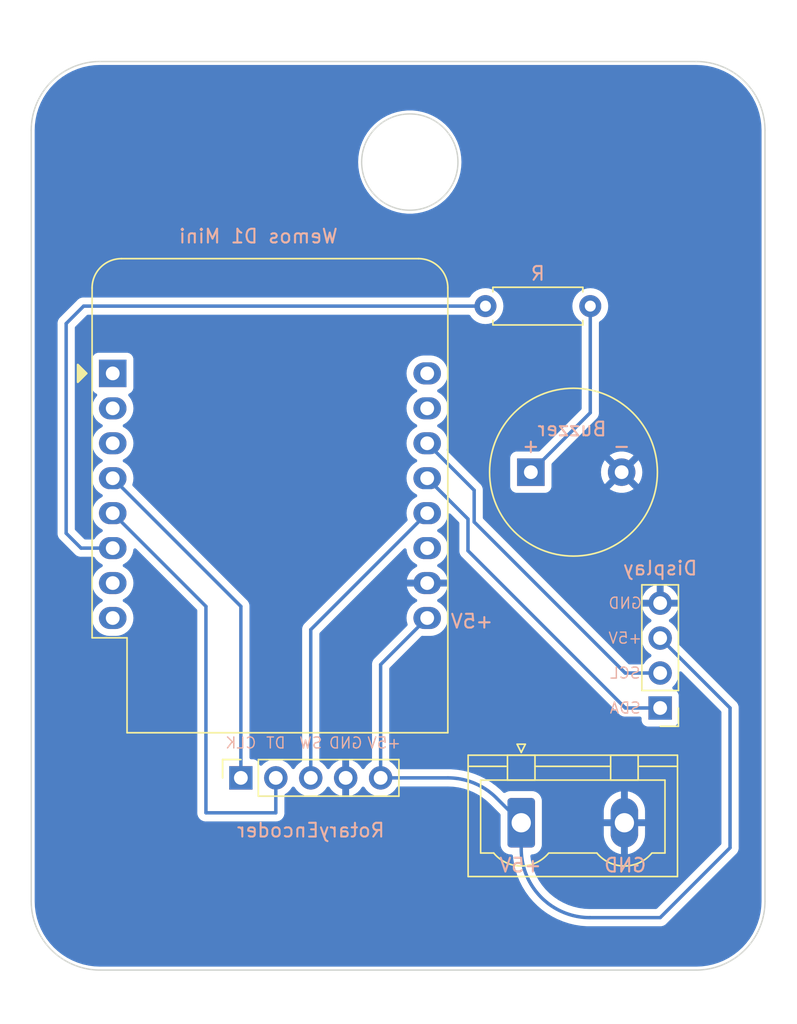
<source format=kicad_pcb>
(kicad_pcb (version 20221018) (generator pcbnew)
  (layers (0 "F.Cu" signal) (31 "B.Cu" signal) (34 "B.Paste" user) (35 "F.Paste" user) (36 "B.SilkS" user "B.Silkscreen") (37 "F.SilkS" user "F.Silkscreen") (38 "B.Mask" user) (39 "F.Mask" user) (44 "Edge.Cuts" user))
  (net 0 "")
  (net 1 "Net-(BZ1--)")
  (net 2 "GNDREF")
  (net 3 "/DisplaySCL")
  (net 4 "/DisplaySDA")
  (net 5 "+5V")
  (net 6 "/Buzzer")
  (net 7 "Net-(RotaryEncoder1-CLK)")
  (net 8 "Net-(RotaryEncoder1-DT)")
  (net 9 "Net-(RotaryEncoder1-SW)")
  (footprint "Connector_PinSocket_2.54mm:PinSocket_1x05_P2.54mm_Vertical" (layer "F.Cu") (at 153.67 118.11 90)
    (fp_text reference "RotaryEncoder" (at -3.81 5.08 180) (layer "B.SilkS") (effects (justify mirror)))
    (fp_text value "~")
    (fp_line (start -1.33 1.27) (end -1.33 11.49) (stroke (width 0.12)) (layer "F.SilkS"))
    (fp_line (start -1.33 1.27) (end 1.33 1.27) (stroke (width 0.12)) (layer "F.SilkS"))
    (fp_line (start -1.33 11.49) (end 1.33 11.49) (stroke (width 0.12)) (layer "F.SilkS"))
    (fp_line (start 0 -1.33) (end 1.33 -1.33) (stroke (width 0.12)) (layer "F.SilkS"))
    (fp_line (start 1.33 -1.33) (end 1.33 0) (stroke (width 0.12)) (layer "F.SilkS"))
    (fp_line (start 1.33 1.27) (end 1.33 11.49) (stroke (width 0.12)) (layer "F.SilkS"))
    (pad "1" thru_hole rect (at 0 0 90) (size 1.7 1.7) (drill 1) (layers "*.Cu" "*.Mask") (net 7 "Net-(RotaryEncoder1-CLK)"))
    (pad "2" thru_hole oval (at 0 2.54 90) (size 1.7 1.7) (drill 1) (layers "*.Cu" "*.Mask") (net 8 "Net-(RotaryEncoder1-DT)"))
    (pad "3" thru_hole oval (at 0 5.08 90) (size 1.7 1.7) (drill 1) (layers "*.Cu" "*.Mask") (net 9 "Net-(RotaryEncoder1-SW)"))
    (pad "4" thru_hole oval (at 0 7.62 90) (size 1.7 1.7) (drill 1) (layers "*.Cu" "*.Mask") (net 2 "GNDREF"))
    (pad "5" thru_hole oval (at 0 10.16 90) (size 1.7 1.7) (drill 1) (layers "*.Cu" "*.Mask") (net 5 "+5V"))
  )
  (footprint "Resistor_THT:R_Axial_DIN0207_L6.3mm_D2.5mm_P7.62mm_Horizontal" (layer "F.Cu") (at 171.45 83.82)
    (fp_text reference "R" (at 3.81 -2.37) (layer "B.SilkS") (effects (justify mirror)))
    (fp_text value "270")
    (fp_line (start 0.54 -1.37) (end 7.08 -1.37) (stroke (width 0.12)) (layer "F.SilkS"))
    (fp_line (start 0.54 -1.04) (end 0.54 -1.37) (stroke (width 0.12)) (layer "F.SilkS"))
    (fp_line (start 0.54 1.04) (end 0.54 1.37) (stroke (width 0.12)) (layer "F.SilkS"))
    (fp_line (start 0.54 1.37) (end 7.08 1.37) (stroke (width 0.12)) (layer "F.SilkS"))
    (fp_line (start 7.08 -1.37) (end 7.08 -1.04) (stroke (width 0.12)) (layer "F.SilkS"))
    (fp_line (start 7.08 1.37) (end 7.08 1.04) (stroke (width 0.12)) (layer "F.SilkS"))
    (pad "1" thru_hole circle (at 0 0) (size 1.6 1.6) (drill 0.8) (layers "*.Cu" "*.Mask") (net 6 "/Buzzer"))
    (pad "2" thru_hole oval (at 7.62 0) (size 1.6 1.6) (drill 0.8) (layers "*.Cu" "*.Mask") (net 1 "Net-(BZ1--)"))
  )
  (footprint "Module:WEMOS_D1_mini_light" (layer "F.Cu") (at 144.355 88.71)
    (fp_text reference "Wemos D1 Mini" (at 10.585 -9.97) (layer "B.SilkS") (effects (justify mirror)))
    (fp_text value "WeMos_D1_mini")
    (fp_line (start -1.5 19.22) (end -1.5 -6.21) (stroke (width 0.12)) (layer "F.SilkS"))
    (fp_line (start -1.5 19.22) (end 1.04 19.22) (stroke (width 0.12)) (layer "F.SilkS"))
    (fp_line (start 1.04 19.22) (end 1.04 26.12) (stroke (width 0.12)) (layer "F.SilkS"))
    (fp_line (start 1.04 26.12) (end 24.36 26.12) (stroke (width 0.12)) (layer "F.SilkS"))
    (fp_line (start 22.24 -8.34) (end 0.63 -8.34) (stroke (width 0.12)) (layer "F.SilkS"))
    (fp_line (start 24.36 26.12) (end 24.36 -6.21) (stroke (width 0.12)) (layer "F.SilkS"))
    (fp_arc (start -1.5 -6.21) (mid -0.876137 -7.716137) (end 0.63 -8.34) (stroke (width 0.12)) (layer "F.SilkS"))
    (fp_arc (start 22.23 -8.34) (mid 23.736137 -7.716137) (end 24.36 -6.21) (stroke (width 0.12)) (layer "F.SilkS"))
    (fp_poly (pts (xy -2.54 -0.635) (xy -2.54 0.635) (xy -1.905 0)) (stroke (width 0.15)) (fill solid) (layer "F.SilkS"))
    (pad "1" thru_hole rect (at 0 0) (size 2 2) (drill 1) (layers "*.Cu" "*.Mask"))
    (pad "2" thru_hole oval (at 0 2.54) (size 2 1.6) (drill 1) (layers "*.Cu" "*.Mask"))
    (pad "3" thru_hole oval (at 0 5.08) (size 2 1.6) (drill 1) (layers "*.Cu" "*.Mask"))
    (pad "4" thru_hole oval (at 0 7.62) (size 2 1.6) (drill 1) (layers "*.Cu" "*.Mask") (net 7 "Net-(RotaryEncoder1-CLK)"))
    (pad "5" thru_hole oval (at 0 10.16) (size 2 1.6) (drill 1) (layers "*.Cu" "*.Mask") (net 8 "Net-(RotaryEncoder1-DT)"))
    (pad "6" thru_hole oval (at 0 12.7) (size 2 1.6) (drill 1) (layers "*.Cu" "*.Mask") (net 6 "/Buzzer"))
    (pad "7" thru_hole oval (at 0 15.24) (size 2 1.6) (drill 1) (layers "*.Cu" "*.Mask"))
    (pad "8" thru_hole oval (at 0 17.78) (size 2 1.6) (drill 1) (layers "*.Cu" "*.Mask"))
    (pad "9" thru_hole oval (at 22.86 17.78) (size 2 1.6) (drill 1) (layers "*.Cu" "*.Mask") (net 5 "+5V"))
    (pad "10" thru_hole oval (at 22.86 15.24) (size 2 1.6) (drill 1) (layers "*.Cu" "*.Mask") (net 2 "GNDREF"))
    (pad "11" thru_hole oval (at 22.86 12.7) (size 2 1.6) (drill 1) (layers "*.Cu" "*.Mask"))
    (pad "12" thru_hole oval (at 22.86 10.16) (size 2 1.6) (drill 1) (layers "*.Cu" "*.Mask") (net 9 "Net-(RotaryEncoder1-SW)"))
    (pad "13" thru_hole oval (at 22.86 7.62) (size 2 1.6) (drill 1) (layers "*.Cu" "*.Mask") (net 4 "/DisplaySDA"))
    (pad "14" thru_hole oval (at 22.86 5.08) (size 2 1.6) (drill 1) (layers "*.Cu" "*.Mask") (net 3 "/DisplaySCL"))
    (pad "15" thru_hole oval (at 22.86 2.54) (size 2 1.6) (drill 1) (layers "*.Cu" "*.Mask"))
    (pad "16" thru_hole oval (at 22.86 0) (size 2 1.6) (drill 1) (layers "*.Cu" "*.Mask"))
  )
  (footprint "CustomNicola:Buzzer_12x9.5RM6.6" (layer "F.Cu") (at 174.75 95.89)
    (fp_text reference "BZ1" hide)
    (fp_text value "Buzzer" hide)
    (fp_text user "+" (at 0 -1.91) (layer "B.SilkS") (effects (justify mirror)))
    (fp_circle (center 3.1 0) (end 9.2 0) (stroke (width 0.12)) (fill none) (layer "F.SilkS"))
    (pad "1" thru_hole rect (at 0 0) (size 2 2) (drill 1) (layers "*.Cu" "*.Mask") (net 1 "Net-(BZ1--)"))
    (pad "2" thru_hole circle (at 6.6 0) (size 2 2) (drill 1) (layers "*.Cu" "*.Mask") (net 2 "GNDREF"))
  )
  (footprint "Connector_Phoenix_GMSTB:PhoenixContact_GMSTBVA_2,5_2-G_1x02_P7.50mm_Vertical" (layer "F.Cu") (at 174.05 121.3725)
    (fp_text reference "+5V" (at -0.06 3.0875) (layer "B.SilkS") (effects (justify mirror)))
    (fp_text value "PINHD_1x2_Male")
    (fp_line (start -3.86 -4.91) (end -3.86 3.91) (stroke (width 0.12)) (layer "F.SilkS"))
    (fp_line (start -3.86 -4.1) (end -1.11 -4.1) (stroke (width 0.12)) (layer "F.SilkS"))
    (fp_line (start -3.86 3.91) (end 11.36 3.91) (stroke (width 0.12)) (layer "F.SilkS"))
    (fp_line (start -2.95 -3.1) (end 10.45 -3.1) (stroke (width 0.12)) (layer "F.SilkS"))
    (fp_line (start -2.95 2.2) (end -2.95 -3.1) (stroke (width 0.12)) (layer "F.SilkS"))
    (fp_line (start -2 2.2) (end -2.95 2.2) (stroke (width 0.12)) (layer "F.SilkS"))
    (fp_line (start -1 -4.91) (end 1 -4.91) (stroke (width 0.12)) (layer "F.SilkS"))
    (fp_line (start -1 -3.1) (end -1 -4.91) (stroke (width 0.12)) (layer "F.SilkS"))
    (fp_line (start -0.3 -5.71) (end 0.3 -5.71) (stroke (width 0.12)) (layer "F.SilkS"))
    (fp_line (start 0 -5.11) (end -0.3 -5.71) (stroke (width 0.12)) (layer "F.SilkS"))
    (fp_line (start 0.3 -5.71) (end 0 -5.11) (stroke (width 0.12)) (layer "F.SilkS"))
    (fp_line (start 1 -4.91) (end 1 -3.1) (stroke (width 0.12)) (layer "F.SilkS"))
    (fp_line (start 1 -4.1) (end 6.5 -4.1) (stroke (width 0.12)) (layer "F.SilkS"))
    (fp_line (start 1 -3.1) (end -1 -3.1) (stroke (width 0.12)) (layer "F.SilkS"))
    (fp_line (start 2 2.2) (end 5.5 2.2) (stroke (width 0.12)) (layer "F.SilkS"))
    (fp_line (start 6.5 -4.91) (end 8.5 -4.91) (stroke (width 0.12)) (layer "F.SilkS"))
    (fp_line (start 6.5 -3.1) (end 6.5 -4.91) (stroke (width 0.12)) (layer "F.SilkS"))
    (fp_line (start 8.5 -4.91) (end 8.5 -3.1) (stroke (width 0.12)) (layer "F.SilkS"))
    (fp_line (start 8.5 -3.1) (end 6.5 -3.1) (stroke (width 0.12)) (layer "F.SilkS"))
    (fp_line (start 10.45 -3.1) (end 10.45 2.2) (stroke (width 0.12)) (layer "F.SilkS"))
    (fp_line (start 10.45 2.2) (end 9.5 2.2) (stroke (width 0.12)) (layer "F.SilkS"))
    (fp_line (start 11.36 -4.91) (end -3.86 -4.91) (stroke (width 0.12)) (layer "F.SilkS"))
    (fp_line (start 11.36 -4.1) (end 8.61 -4.1) (stroke (width 0.12)) (layer "F.SilkS"))
    (fp_line (start 11.36 3.91) (end 11.36 -4.91) (stroke (width 0.12)) (layer "F.SilkS"))
    (fp_arc (start 1.986842 2.215821) (mid -0.010289 3.142758) (end -2 2.2) (stroke (width 0.12)) (layer "F.SilkS"))
    (fp_arc (start 9.486842 2.215821) (mid 7.489711 3.142758) (end 5.5 2.2) (stroke (width 0.12)) (layer "F.SilkS"))
    (pad "1" thru_hole roundrect (at 0 0) (size 2 3.6) (drill 1.4) (layers "*.Cu" "*.Mask") (roundrect_rratio 0.125) (net 5 "+5V"))
    (pad "2" thru_hole oval (at 7.5 0) (size 2 3.6) (drill 1.4) (layers "*.Cu" "*.Mask") (net 2 "GNDREF"))
  )
  (footprint "Connector_PinHeader_2.54mm:PinHeader_1x04_P2.54mm_Vertical" (layer "F.Cu") (at 184.15 113.03 180)
    (fp_text reference "Display" (at 0 10.16 180) (layer "B.SilkS") (effects (justify mirror)))
    (fp_text value "Display")
    (fp_line (start -1.33 -1.33) (end 0 -1.33) (stroke (width 0.12)) (layer "F.SilkS"))
    (fp_line (start -1.33 0) (end -1.33 -1.33) (stroke (width 0.12)) (layer "F.SilkS"))
    (fp_line (start -1.33 1.27) (end -1.33 8.95) (stroke (width 0.12)) (layer "F.SilkS"))
    (fp_line (start -1.33 1.27) (end 1.33 1.27) (stroke (width 0.12)) (layer "F.SilkS"))
    (fp_line (start -1.33 8.95) (end 1.33 8.95) (stroke (width 0.12)) (layer "F.SilkS"))
    (fp_line (start 1.33 1.27) (end 1.33 8.95) (stroke (width 0.12)) (layer "F.SilkS"))
    (pad "1" thru_hole circle (at 0 2.54 180) (size 1.7 1.7) (drill 1) (layers "*.Cu" "*.Mask") (net 3 "/DisplaySCL"))
    (pad "2" thru_hole rect (at 0 0 180) (size 1.7 1.7) (drill 1) (layers "*.Cu" "*.Mask") (net 4 "/DisplaySDA"))
    (pad "3" thru_hole oval (at 0 5.08 180) (size 1.7 1.7) (drill 1) (layers "*.Cu" "*.Mask") (net 5 "+5V"))
    (pad "4" thru_hole oval (at 0 7.62 180) (size 1.7 1.7) (drill 1) (layers "*.Cu" "*.Mask") (net 2 "GNDREF"))
  )
  (gr_circle (center 165.95 73.35) (end 169.45 73.35) (stroke (width 0.1)) (fill none) (layer "Edge.Cuts"))
  (gr_line (start 138.43 71.04) (end 138.43 127.08) (stroke (width 0.1)) (layer "Edge.Cuts"))
  (gr_arc (start 186.77 66.04) (mid 190.305534 67.504466) (end 191.77 71.04) (stroke (width 0.1)) (layer "Edge.Cuts"))
  (gr_line (start 191.77 127.08) (end 191.77 71.04) (stroke (width 0.1)) (layer "Edge.Cuts"))
  (gr_line (start 186.77 66.04) (end 143.43 66.04) (stroke (width 0.1)) (layer "Edge.Cuts"))
  (gr_line (start 143.43 132.08) (end 186.77 132.08) (stroke (width 0.1)) (layer "Edge.Cuts"))
  (gr_arc (start 138.43 71.04) (mid 139.894466 67.504466) (end 143.43 66.04) (stroke (width 0.1)) (layer "Edge.Cuts"))
  (gr_arc (start 143.43 132.08) (mid 139.894466 130.615534) (end 138.43 127.08) (stroke (width 0.1)) (layer "Edge.Cuts"))
  (gr_arc (start 191.77 127.08) (mid 190.305534 130.615534) (end 186.77 132.08) (stroke (width 0.1)) (layer "Edge.Cuts"))
  (gr_text "+5V" (at 164.084 115.57) (layer "B.SilkS") (effects (font (size 0.8 0.8) (thickness 0.1)) (justify mirror)))
  (gr_text "SDA" (at 181.61 113.03) (layer "B.SilkS") (effects (font (size 0.8 0.8) (thickness 0.1)) (justify mirror)))
  (gr_text "Buzzer" (at 180.34 93.345) (layer "B.SilkS") (effects (font (size 1 1)) (justify left bottom mirror)))
  (gr_text "GND" (at 161.29 115.57) (layer "B.SilkS") (effects (font (size 0.8 0.8) (thickness 0.1)) (justify mirror)))
  (gr_text "CLK" (at 153.67 115.57) (layer "B.SilkS") (effects (font (size 0.8 0.8) (thickness 0.1)) (justify mirror)))
  (gr_text "+5V" (at 181.61 107.95) (layer "B.SilkS") (effects (font (size 0.8 0.8) (thickness 0.1)) (justify mirror)))
  (gr_text "SCL" (at 181.61 110.49) (layer "B.SilkS") (effects (font (size 0.8 0.8) (thickness 0.1)) (justify mirror)))
  (gr_text "-" (at 181.35 93.98) (layer "B.SilkS") (effects (font (size 1 1)) (justify mirror)))
  (gr_text "SW" (at 158.75 115.57) (layer "B.SilkS") (effects (font (size 0.8 0.8) (thickness 0.1)) (justify mirror)))
  (gr_text "DT" (at 156.21 115.57) (layer "B.SilkS") (effects (font (size 0.8 0.8) (thickness 0.1)) (justify mirror)))
  (gr_text "+5V" (at 172.085 107.315) (layer "B.SilkS") (effects (font (size 1 1)) (justify left bottom mirror)))
  (gr_text "GND" (at 181.61 105.41) (layer "B.SilkS") (effects (font (size 0.8 0.8) (thickness 0.1)) (justify mirror)))
  (gr_text "GND" (at 181.61 124.46) (layer "B.SilkS") (effects (font (size 1 1)) (justify mirror)))
  (segment (start 174.04 95.18) (end 174.75 95.89) (width 0.25) (layer "F.Cu") (net 1))
  (segment (start 179.07 83.82) (end 179.07 91.57) (width 0.25) (layer "B.Cu") (net 1))
  (segment (start 179.07 91.57) (end 174.75 95.89) (width 0.25) (layer "B.Cu") (net 1))
  (segment (start 170.63 97.205) (end 167.215 93.79) (width 0.25) (layer "B.Cu") (net 3))
  (segment (start 181.61 110.49) (end 170.63 99.51) (width 0.25) (layer "B.Cu") (net 3))
  (segment (start 184.15 110.49) (end 181.61 110.49) (width 0.25) (layer "B.Cu") (net 3))
  (segment (start 170.63 99.51) (end 170.63 97.205) (width 0.25) (layer "B.Cu") (net 3))
  (segment (start 170.18 101.6) (end 170.18 99.295) (width 0.25) (layer "B.Cu") (net 4))
  (segment (start 184.15 113.03) (end 181.61 113.03) (width 0.25) (layer "B.Cu") (net 4))
  (segment (start 170.18 99.295) (end 167.215 96.33) (width 0.25) (layer "B.Cu") (net 4))
  (segment (start 181.61 113.03) (end 170.18 101.6) (width 0.25) (layer "B.Cu") (net 4))
  (segment (start 189.23 123.19) (end 184.15 128.27) (width 0.25) (layer "B.Cu") (net 5))
  (segment (start 163.83 109.875) (end 167.215 106.49) (width 0.25) (layer "B.Cu") (net 5))
  (segment (start 174.05 123.27) (end 174.05 121.3725) (width 0.25) (layer "B.Cu") (net 5))
  (segment (start 184.15 107.95) (end 189.23 113.03) (width 0.25) (layer "B.Cu") (net 5))
  (segment (start 189.23 113.03) (end 189.23 123.19) (width 0.25) (layer "B.Cu") (net 5))
  (segment (start 163.83 118.11) (end 168.716432 118.11) (width 0.25) (layer "B.Cu") (net 5))
  (segment (start 184.15 128.27) (end 179.05 128.27) (width 0.25) (layer "B.Cu") (net 5))
  (segment (start 163.83 118.11) (end 163.83 109.875) (width 0.25) (layer "B.Cu") (net 5))
  (segment (start 172.251966 119.574466) (end 174.05 121.3725) (width 0.25) (layer "B.Cu") (net 5))
  (arc (start 179.05 128.27) (mid 175.514466 126.805534) (end 174.05 123.27) (width 0.25) (layer "B.Cu") (net 5))
  (arc (start 168.716432 118.11) (mid 170.629849 118.490602) (end 172.251966 119.574466) (width 0.25) (layer "B.Cu") (net 5))
  (segment (start 144.355 101.41) (end 142.05 101.41) (width 0.25) (layer "B.Cu") (net 6))
  (segment (start 140.97 85.09) (end 142.24 83.82) (width 0.25) (layer "B.Cu") (net 6))
  (segment (start 142.05 101.41) (end 140.97 100.33) (width 0.25) (layer "B.Cu") (net 6))
  (segment (start 140.97 100.33) (end 140.97 85.09) (width 0.25) (layer "B.Cu") (net 6))
  (segment (start 142.24 83.82) (end 171.45 83.82) (width 0.25) (layer "B.Cu") (net 6))
  (segment (start 153.67 118.11) (end 153.67 105.645) (width 0.25) (layer "B.Cu") (net 7))
  (segment (start 153.67 105.645) (end 144.355 96.33) (width 0.25) (layer "B.Cu") (net 7))
  (segment (start 156.21 118.11) (end 156.21 120.65) (width 0.25) (layer "B.Cu") (net 8))
  (segment (start 151.13 120.65) (end 151.13 105.645) (width 0.25) (layer "B.Cu") (net 8))
  (segment (start 156.21 120.65) (end 151.13 120.65) (width 0.25) (layer "B.Cu") (net 8))
  (segment (start 151.13 105.645) (end 144.355 98.87) (width 0.25) (layer "B.Cu") (net 8))
  (segment (start 158.75 107.335) (end 167.215 98.87) (width 0.25) (layer "B.Cu") (net 9))
  (segment (start 158.75 118.11) (end 158.75 107.335) (width 0.25) (layer "B.Cu") (net 9))
  (zone (net 2) (net_name "GNDREF") (layer "B.Cu") (connect_pads (clearance 0.5)) (min_thickness 0.25) (fill yes (thermal_gap 0.5) (thermal_bridge_width 0.5))
    (polygon (pts (xy 194.12 61.69) (xy 137 61.57) (xy 136.16 135.59) (xy 193 136)))
  )
)
</source>
